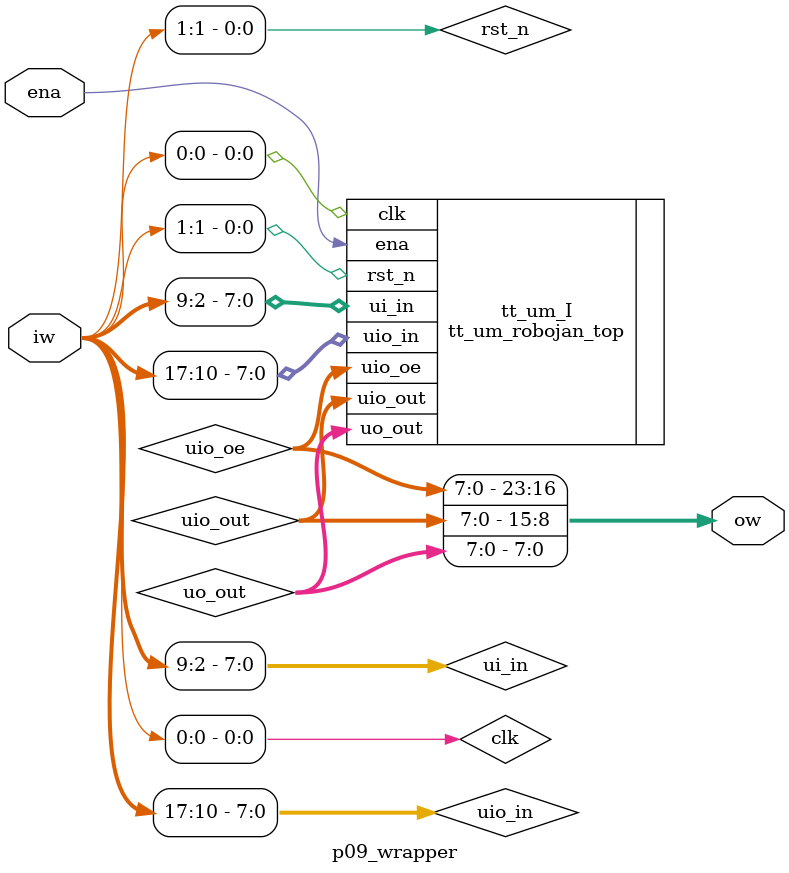
<source format=v>
`default_nettype none

module p09_wrapper (
  input wire ena,
  input wire [17:0] iw,
  output wire [23:0] ow
);

wire [7:0] uio_in;
wire [7:0] uio_out;
wire [7:0] uio_oe;
wire [7:0] uo_out;
wire [7:0] ui_in;
wire clk;
wire rst_n;

assign { uio_in, ui_in, rst_n, clk} = iw;
assign ow = { uio_oe, uio_out, uo_out };

tt_um_robojan_top tt_um_I (
  .uio_in  (uio_in),
  .uio_out (uio_out),
  .uio_oe  (uio_oe),
  .uo_out  (uo_out),
  .ui_in   (ui_in),
  .ena     (ena),
  .clk     (clk),
  .rst_n   (rst_n)
);

endmodule

</source>
